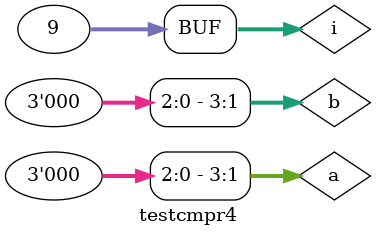
<source format=v>
`timescale 1ns / 1ps

module testcmpr4;

	// Inputs
	reg [3:0] a;
	reg [3:0] b;

	// Outputs
	wire alessb;
	wire aequalb;
	wire agreaterb;
	integer i;

	// Instantiate the Unit Under Test (UUT)
	cmpr4 uut (
		.a(a), 
		.b(b), 
		.alessb(alessb), 
		.aequalb(aequalb), 
		.agreaterb(agreaterb)
	);

	initial begin
		// Initialize Inputs
		a = 0;
		b = 0;

		// Wait 100 ns for global reset to finish
		#100;
    		for(i=0; i<9; i = i+1)begin
		#100
		a = $random;
		b = $random;
		end
	end
      
endmodule


</source>
